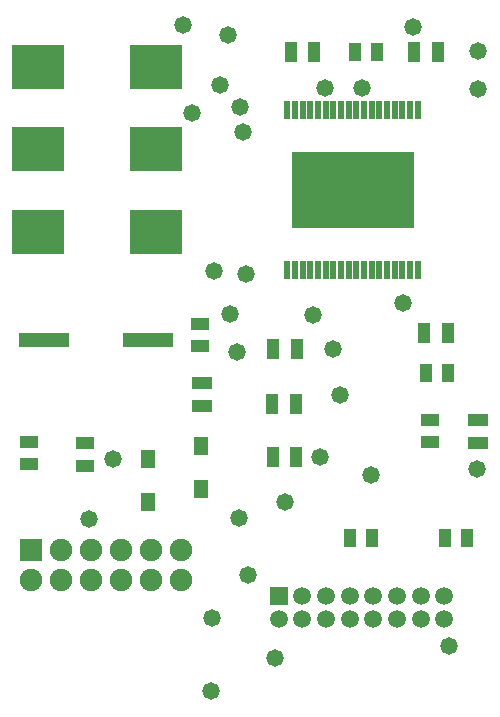
<source format=gbr>
G04*
G04 #@! TF.GenerationSoftware,Altium Limited,Altium Designer,25.4.2 (15)*
G04*
G04 Layer_Color=8388736*
%FSLAX44Y44*%
%MOMM*%
G71*
G04*
G04 #@! TF.SameCoordinates,7F9F24B7-B9C1-45AF-9387-6EDD806BED2B*
G04*
G04*
G04 #@! TF.FilePolarity,Negative*
G04*
G01*
G75*
%ADD28R,4.4000X3.8000*%
%ADD29R,1.0532X1.7032*%
%ADD30R,1.1032X1.5032*%
%ADD31R,10.3000X6.4000*%
%ADD32R,0.5400X1.6000*%
%ADD33R,1.7032X1.0532*%
%ADD34R,1.2000X1.5000*%
%ADD35R,1.5032X1.1032*%
%ADD36R,4.3000X1.2000*%
%ADD37C,1.5032*%
%ADD38R,1.5032X1.5032*%
%ADD39R,1.9032X1.9032*%
%ADD40C,1.9032*%
%ADD41C,1.4732*%
D28*
X118910Y528900D02*
D03*
X218910D02*
D03*
Y459050D02*
D03*
X118910D02*
D03*
X218910Y598750D02*
D03*
X118910D02*
D03*
D29*
X352920Y611010D02*
D03*
X332920D02*
D03*
X457250Y611670D02*
D03*
X437250D02*
D03*
X446090Y373380D02*
D03*
X466090D02*
D03*
X337820Y267970D02*
D03*
X317820D02*
D03*
X338210Y359411D02*
D03*
X318210D02*
D03*
X337100Y313440D02*
D03*
X317100D02*
D03*
D30*
X406400Y611450D02*
D03*
X387400D02*
D03*
X466090Y339090D02*
D03*
X447090D02*
D03*
X382930Y199390D02*
D03*
X401930D02*
D03*
X463600D02*
D03*
X482600D02*
D03*
D31*
X385350Y494550D02*
D03*
D32*
X330100Y562050D02*
D03*
X336600D02*
D03*
X343100D02*
D03*
X349600D02*
D03*
X356100D02*
D03*
X362600D02*
D03*
X369100D02*
D03*
X375600D02*
D03*
X382100D02*
D03*
X388600D02*
D03*
X395100D02*
D03*
X401600D02*
D03*
X408100D02*
D03*
X414600D02*
D03*
X421100D02*
D03*
X427600D02*
D03*
X434100D02*
D03*
X440600D02*
D03*
X330100Y427050D02*
D03*
X336600D02*
D03*
X343100D02*
D03*
X349600D02*
D03*
X356100D02*
D03*
X362600D02*
D03*
X369100D02*
D03*
X375600D02*
D03*
X382100D02*
D03*
X388600D02*
D03*
X395100D02*
D03*
X401600D02*
D03*
X408100D02*
D03*
X414600D02*
D03*
X421100D02*
D03*
X427600D02*
D03*
X434100D02*
D03*
X440600D02*
D03*
D33*
X491330Y279880D02*
D03*
Y299880D02*
D03*
X257810Y331150D02*
D03*
Y311150D02*
D03*
D34*
X212090Y266370D02*
D03*
Y229870D02*
D03*
X256820Y277670D02*
D03*
Y241170D02*
D03*
D35*
X111760Y262280D02*
D03*
Y281280D02*
D03*
X450850Y299720D02*
D03*
Y280720D02*
D03*
X256540Y361950D02*
D03*
Y380950D02*
D03*
X158750Y261010D02*
D03*
Y280010D02*
D03*
D36*
X211890Y367280D02*
D03*
X123890D02*
D03*
D37*
X462910Y130810D02*
D03*
X442910D02*
D03*
X422910D02*
D03*
X402910D02*
D03*
X382910D02*
D03*
X362910D02*
D03*
X342910Y130810D02*
D03*
X322910Y130810D02*
D03*
X462910Y150810D02*
D03*
X442910Y150810D02*
D03*
X422910Y150810D02*
D03*
X402910D02*
D03*
X382910D02*
D03*
X362910D02*
D03*
X342910D02*
D03*
D38*
X322910D02*
D03*
D39*
X113030Y189230D02*
D03*
D40*
X138430Y189230D02*
D03*
X163830Y189230D02*
D03*
X189230Y189230D02*
D03*
X214630D02*
D03*
X240030Y189230D02*
D03*
X113030Y163830D02*
D03*
X138430Y163830D02*
D03*
X163830Y163830D02*
D03*
X189230D02*
D03*
X214630Y163830D02*
D03*
X240030Y163830D02*
D03*
D41*
X351700Y388340D02*
D03*
X369000Y360000D02*
D03*
X328420Y230530D02*
D03*
X265640Y70060D02*
D03*
X266320Y132180D02*
D03*
X289240Y216590D02*
D03*
X296680Y168260D02*
D03*
X491260Y580330D02*
D03*
X362300Y580380D02*
D03*
X491738Y612089D02*
D03*
X393390Y580570D02*
D03*
X292620Y543820D02*
D03*
X287450Y357170D02*
D03*
X162320Y216140D02*
D03*
X280150Y625900D02*
D03*
X289990Y564880D02*
D03*
X249430Y559890D02*
D03*
X273370Y583440D02*
D03*
X436670Y632070D02*
D03*
X374970Y320510D02*
D03*
X281750Y389460D02*
D03*
X490940Y257800D02*
D03*
X427990Y398780D02*
D03*
X182894Y266432D02*
D03*
X268000Y426000D02*
D03*
X295000Y423000D02*
D03*
X242000Y634000D02*
D03*
X467000Y108000D02*
D03*
X320000Y98000D02*
D03*
X401000Y253000D02*
D03*
X357400Y268720D02*
D03*
M02*

</source>
